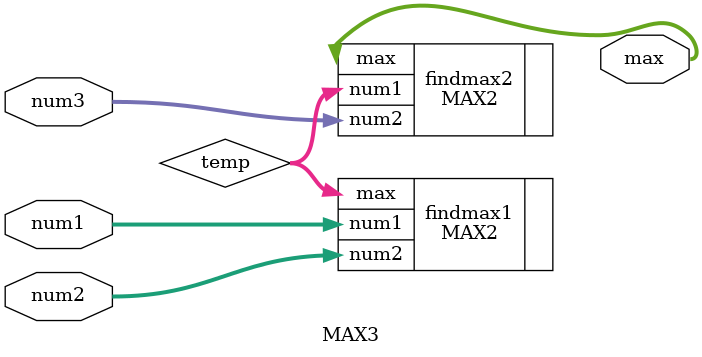
<source format=v>
module MAX3 (
    input   [7:0]         num1, num2, num3,
    output  [7:0]         max
);
wire [7:0] temp;
MAX2 findmax1(
    .num1(num1),
    .num2(num2),
    .max(temp)
);
MAX2 findmax2(
    .num1(temp),
    .num2(num3),
    .max(max)
);
endmodule

</source>
